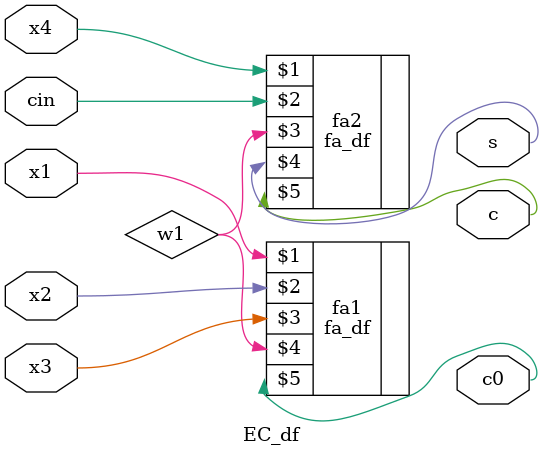
<source format=v>
`timescale 1ns / 1ps


module EC_df(
    input x1,x2,x3,x4,cin,
    output c0,s,c
    );
    wire w1;
    fa_df fa1(x1,x2,x3,w1,c0);
    fa_df fa2(x4,cin,w1,s,c);
endmodule

</source>
